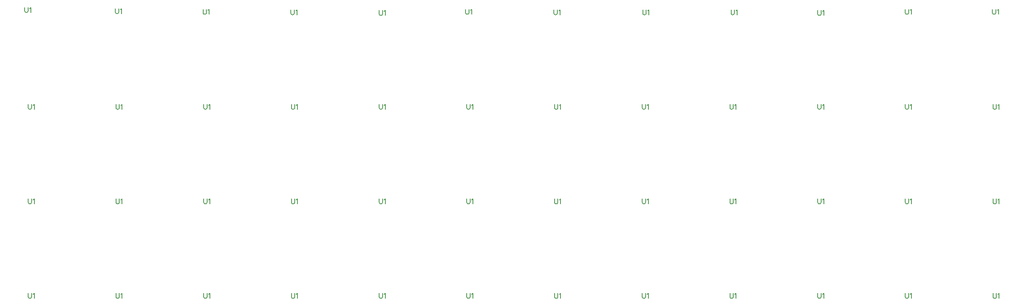
<source format=gto>
G04 Layer: TopSilkLayer*
G04 EasyEDA v6.4.25, 2021-10-13T21:01:18+02:00*
G04 d0ff4fc4c9904c088b94a7576bbea1e5,6cd4ab53e48b4e7bb7bf80376082a040,10*
G04 Gerber Generator version 0.2*
G04 Scale: 100 percent, Rotated: No, Reflected: No *
G04 Dimensions in millimeters *
G04 leading zeros omitted , absolute positions ,4 integer and 5 decimal *
%FSLAX45Y45*%
%MOMM*%

%ADD13C,0.1778*%

%LPD*%
D13*
X-75001Y887501D02*
G01*
X-75001Y809523D01*
X-69921Y793775D01*
X-59507Y783361D01*
X-43759Y778281D01*
X-33599Y778281D01*
X-17851Y783361D01*
X-7437Y793775D01*
X-2357Y809523D01*
X-2357Y887501D01*
X31932Y866673D02*
G01*
X42346Y871753D01*
X57840Y887501D01*
X57840Y778281D01*
X20899998Y-5312524D02*
G01*
X20899998Y-5390502D01*
X20905078Y-5406250D01*
X20915492Y-5416664D01*
X20931240Y-5421744D01*
X20941400Y-5421744D01*
X20957148Y-5416664D01*
X20967562Y-5406250D01*
X20972642Y-5390502D01*
X20972642Y-5312524D01*
X21006932Y-5333352D02*
G01*
X21017346Y-5328272D01*
X21032840Y-5312524D01*
X21032840Y-5421744D01*
X19000000Y-5312524D02*
G01*
X19000000Y-5390502D01*
X19005080Y-5406250D01*
X19015494Y-5416664D01*
X19031242Y-5421744D01*
X19041402Y-5421744D01*
X19057150Y-5416664D01*
X19067564Y-5406250D01*
X19072644Y-5390502D01*
X19072644Y-5312524D01*
X19106934Y-5333352D02*
G01*
X19117348Y-5328272D01*
X19132842Y-5312524D01*
X19132842Y-5421744D01*
X17099998Y-5312524D02*
G01*
X17099998Y-5390502D01*
X17105078Y-5406250D01*
X17115492Y-5416664D01*
X17131240Y-5421744D01*
X17141400Y-5421744D01*
X17157148Y-5416664D01*
X17167562Y-5406250D01*
X17172642Y-5390502D01*
X17172642Y-5312524D01*
X17206932Y-5333352D02*
G01*
X17217346Y-5328272D01*
X17232840Y-5312524D01*
X17232840Y-5421744D01*
X15200000Y-5312524D02*
G01*
X15200000Y-5390502D01*
X15205080Y-5406250D01*
X15215494Y-5416664D01*
X15231242Y-5421744D01*
X15241402Y-5421744D01*
X15257150Y-5416664D01*
X15267564Y-5406250D01*
X15272644Y-5390502D01*
X15272644Y-5312524D01*
X15306934Y-5333352D02*
G01*
X15317348Y-5328272D01*
X15332842Y-5312524D01*
X15332842Y-5421744D01*
X13299998Y-5312524D02*
G01*
X13299998Y-5390502D01*
X13305078Y-5406250D01*
X13315492Y-5416664D01*
X13331240Y-5421744D01*
X13341400Y-5421744D01*
X13357148Y-5416664D01*
X13367562Y-5406250D01*
X13372642Y-5390502D01*
X13372642Y-5312524D01*
X13406932Y-5333352D02*
G01*
X13417346Y-5328272D01*
X13432840Y-5312524D01*
X13432840Y-5421744D01*
X11400000Y-5312524D02*
G01*
X11400000Y-5390502D01*
X11405080Y-5406250D01*
X11415494Y-5416664D01*
X11431242Y-5421744D01*
X11441402Y-5421744D01*
X11457150Y-5416664D01*
X11467564Y-5406250D01*
X11472644Y-5390502D01*
X11472644Y-5312524D01*
X11506934Y-5333352D02*
G01*
X11517348Y-5328272D01*
X11532842Y-5312524D01*
X11532842Y-5421744D01*
X9499998Y-5312524D02*
G01*
X9499998Y-5390502D01*
X9505078Y-5406250D01*
X9515492Y-5416664D01*
X9531240Y-5421744D01*
X9541400Y-5421744D01*
X9557148Y-5416664D01*
X9567562Y-5406250D01*
X9572642Y-5390502D01*
X9572642Y-5312524D01*
X9606932Y-5333352D02*
G01*
X9617346Y-5328272D01*
X9632840Y-5312524D01*
X9632840Y-5421744D01*
X7600000Y-5312524D02*
G01*
X7600000Y-5390502D01*
X7605080Y-5406250D01*
X7615494Y-5416664D01*
X7631242Y-5421744D01*
X7641402Y-5421744D01*
X7657150Y-5416664D01*
X7667564Y-5406250D01*
X7672644Y-5390502D01*
X7672644Y-5312524D01*
X7706934Y-5333352D02*
G01*
X7717348Y-5328272D01*
X7732842Y-5312524D01*
X7732842Y-5421744D01*
X5699998Y-5312524D02*
G01*
X5699998Y-5390502D01*
X5705078Y-5406250D01*
X5715492Y-5416664D01*
X5731240Y-5421744D01*
X5741400Y-5421744D01*
X5757148Y-5416664D01*
X5767562Y-5406250D01*
X5772642Y-5390502D01*
X5772642Y-5312524D01*
X5806932Y-5333352D02*
G01*
X5817346Y-5328272D01*
X5832840Y-5312524D01*
X5832840Y-5421744D01*
X3800000Y-5312524D02*
G01*
X3800000Y-5390502D01*
X3805080Y-5406250D01*
X3815494Y-5416664D01*
X3831242Y-5421744D01*
X3841402Y-5421744D01*
X3857150Y-5416664D01*
X3867564Y-5406250D01*
X3872644Y-5390502D01*
X3872644Y-5312524D01*
X3906934Y-5333352D02*
G01*
X3917348Y-5328272D01*
X3932842Y-5312524D01*
X3932842Y-5421744D01*
X1899998Y-5312524D02*
G01*
X1899998Y-5390502D01*
X1905078Y-5406250D01*
X1915492Y-5416664D01*
X1931240Y-5421744D01*
X1941400Y-5421744D01*
X1957148Y-5416664D01*
X1967562Y-5406250D01*
X1972642Y-5390502D01*
X1972642Y-5312524D01*
X2006932Y-5333352D02*
G01*
X2017346Y-5328272D01*
X2032840Y-5312524D01*
X2032840Y-5421744D01*
X0Y-5312524D02*
G01*
X0Y-5390502D01*
X5079Y-5406250D01*
X15494Y-5416664D01*
X31242Y-5421744D01*
X41402Y-5421744D01*
X57150Y-5416664D01*
X67563Y-5406250D01*
X72644Y-5390502D01*
X72644Y-5312524D01*
X106934Y-5333352D02*
G01*
X117347Y-5328272D01*
X132842Y-5312524D01*
X132842Y-5421744D01*
X20899998Y-3262523D02*
G01*
X20899998Y-3340501D01*
X20905078Y-3356249D01*
X20915492Y-3366663D01*
X20931240Y-3371743D01*
X20941400Y-3371743D01*
X20957148Y-3366663D01*
X20967562Y-3356249D01*
X20972642Y-3340501D01*
X20972642Y-3262523D01*
X21006932Y-3283351D02*
G01*
X21017346Y-3278271D01*
X21032840Y-3262523D01*
X21032840Y-3371743D01*
X19000000Y-3262523D02*
G01*
X19000000Y-3340501D01*
X19005080Y-3356249D01*
X19015494Y-3366663D01*
X19031242Y-3371743D01*
X19041402Y-3371743D01*
X19057150Y-3366663D01*
X19067564Y-3356249D01*
X19072644Y-3340501D01*
X19072644Y-3262523D01*
X19106934Y-3283351D02*
G01*
X19117348Y-3278271D01*
X19132842Y-3262523D01*
X19132842Y-3371743D01*
X17099998Y-3262523D02*
G01*
X17099998Y-3340501D01*
X17105078Y-3356249D01*
X17115492Y-3366663D01*
X17131240Y-3371743D01*
X17141400Y-3371743D01*
X17157148Y-3366663D01*
X17167562Y-3356249D01*
X17172642Y-3340501D01*
X17172642Y-3262523D01*
X17206932Y-3283351D02*
G01*
X17217346Y-3278271D01*
X17232840Y-3262523D01*
X17232840Y-3371743D01*
X15200000Y-3262523D02*
G01*
X15200000Y-3340501D01*
X15205080Y-3356249D01*
X15215494Y-3366663D01*
X15231242Y-3371743D01*
X15241402Y-3371743D01*
X15257150Y-3366663D01*
X15267564Y-3356249D01*
X15272644Y-3340501D01*
X15272644Y-3262523D01*
X15306934Y-3283351D02*
G01*
X15317348Y-3278271D01*
X15332842Y-3262523D01*
X15332842Y-3371743D01*
X13299998Y-3262523D02*
G01*
X13299998Y-3340501D01*
X13305078Y-3356249D01*
X13315492Y-3366663D01*
X13331240Y-3371743D01*
X13341400Y-3371743D01*
X13357148Y-3366663D01*
X13367562Y-3356249D01*
X13372642Y-3340501D01*
X13372642Y-3262523D01*
X13406932Y-3283351D02*
G01*
X13417346Y-3278271D01*
X13432840Y-3262523D01*
X13432840Y-3371743D01*
X11400000Y-3262523D02*
G01*
X11400000Y-3340501D01*
X11405080Y-3356249D01*
X11415494Y-3366663D01*
X11431242Y-3371743D01*
X11441402Y-3371743D01*
X11457150Y-3366663D01*
X11467564Y-3356249D01*
X11472644Y-3340501D01*
X11472644Y-3262523D01*
X11506934Y-3283351D02*
G01*
X11517348Y-3278271D01*
X11532842Y-3262523D01*
X11532842Y-3371743D01*
X9499998Y-3262523D02*
G01*
X9499998Y-3340501D01*
X9505078Y-3356249D01*
X9515492Y-3366663D01*
X9531240Y-3371743D01*
X9541400Y-3371743D01*
X9557148Y-3366663D01*
X9567562Y-3356249D01*
X9572642Y-3340501D01*
X9572642Y-3262523D01*
X9606932Y-3283351D02*
G01*
X9617346Y-3278271D01*
X9632840Y-3262523D01*
X9632840Y-3371743D01*
X7600000Y-3262523D02*
G01*
X7600000Y-3340501D01*
X7605080Y-3356249D01*
X7615494Y-3366663D01*
X7631242Y-3371743D01*
X7641402Y-3371743D01*
X7657150Y-3366663D01*
X7667564Y-3356249D01*
X7672644Y-3340501D01*
X7672644Y-3262523D01*
X7706934Y-3283351D02*
G01*
X7717348Y-3278271D01*
X7732842Y-3262523D01*
X7732842Y-3371743D01*
X5699998Y-3262523D02*
G01*
X5699998Y-3340501D01*
X5705078Y-3356249D01*
X5715492Y-3366663D01*
X5731240Y-3371743D01*
X5741400Y-3371743D01*
X5757148Y-3366663D01*
X5767562Y-3356249D01*
X5772642Y-3340501D01*
X5772642Y-3262523D01*
X5806932Y-3283351D02*
G01*
X5817346Y-3278271D01*
X5832840Y-3262523D01*
X5832840Y-3371743D01*
X3800000Y-3262523D02*
G01*
X3800000Y-3340501D01*
X3805080Y-3356249D01*
X3815494Y-3366663D01*
X3831242Y-3371743D01*
X3841402Y-3371743D01*
X3857150Y-3366663D01*
X3867564Y-3356249D01*
X3872644Y-3340501D01*
X3872644Y-3262523D01*
X3906934Y-3283351D02*
G01*
X3917348Y-3278271D01*
X3932842Y-3262523D01*
X3932842Y-3371743D01*
X1899998Y-3262523D02*
G01*
X1899998Y-3340501D01*
X1905078Y-3356249D01*
X1915492Y-3366663D01*
X1931240Y-3371743D01*
X1941400Y-3371743D01*
X1957148Y-3366663D01*
X1967562Y-3356249D01*
X1972642Y-3340501D01*
X1972642Y-3262523D01*
X2006932Y-3283351D02*
G01*
X2017346Y-3278271D01*
X2032840Y-3262523D01*
X2032840Y-3371743D01*
X0Y-3262523D02*
G01*
X0Y-3340501D01*
X5079Y-3356249D01*
X15494Y-3366663D01*
X31242Y-3371743D01*
X41402Y-3371743D01*
X57150Y-3366663D01*
X67563Y-3356249D01*
X72644Y-3340501D01*
X72644Y-3262523D01*
X106934Y-3283351D02*
G01*
X117347Y-3278271D01*
X132842Y-3262523D01*
X132842Y-3371743D01*
X20899998Y-1212524D02*
G01*
X20899998Y-1290502D01*
X20905078Y-1306250D01*
X20915492Y-1316664D01*
X20931240Y-1321744D01*
X20941400Y-1321744D01*
X20957148Y-1316664D01*
X20967562Y-1306250D01*
X20972642Y-1290502D01*
X20972642Y-1212524D01*
X21006932Y-1233352D02*
G01*
X21017346Y-1228272D01*
X21032840Y-1212524D01*
X21032840Y-1321744D01*
X19000000Y-1212524D02*
G01*
X19000000Y-1290502D01*
X19005080Y-1306250D01*
X19015494Y-1316664D01*
X19031242Y-1321744D01*
X19041402Y-1321744D01*
X19057150Y-1316664D01*
X19067564Y-1306250D01*
X19072644Y-1290502D01*
X19072644Y-1212524D01*
X19106934Y-1233352D02*
G01*
X19117348Y-1228272D01*
X19132842Y-1212524D01*
X19132842Y-1321744D01*
X17099998Y-1212524D02*
G01*
X17099998Y-1290502D01*
X17105078Y-1306250D01*
X17115492Y-1316664D01*
X17131240Y-1321744D01*
X17141400Y-1321744D01*
X17157148Y-1316664D01*
X17167562Y-1306250D01*
X17172642Y-1290502D01*
X17172642Y-1212524D01*
X17206932Y-1233352D02*
G01*
X17217346Y-1228272D01*
X17232840Y-1212524D01*
X17232840Y-1321744D01*
X15200000Y-1212524D02*
G01*
X15200000Y-1290502D01*
X15205080Y-1306250D01*
X15215494Y-1316664D01*
X15231242Y-1321744D01*
X15241402Y-1321744D01*
X15257150Y-1316664D01*
X15267564Y-1306250D01*
X15272644Y-1290502D01*
X15272644Y-1212524D01*
X15306934Y-1233352D02*
G01*
X15317348Y-1228272D01*
X15332842Y-1212524D01*
X15332842Y-1321744D01*
X13299998Y-1212524D02*
G01*
X13299998Y-1290502D01*
X13305078Y-1306250D01*
X13315492Y-1316664D01*
X13331240Y-1321744D01*
X13341400Y-1321744D01*
X13357148Y-1316664D01*
X13367562Y-1306250D01*
X13372642Y-1290502D01*
X13372642Y-1212524D01*
X13406932Y-1233352D02*
G01*
X13417346Y-1228272D01*
X13432840Y-1212524D01*
X13432840Y-1321744D01*
X11400000Y-1212524D02*
G01*
X11400000Y-1290502D01*
X11405080Y-1306250D01*
X11415494Y-1316664D01*
X11431242Y-1321744D01*
X11441402Y-1321744D01*
X11457150Y-1316664D01*
X11467564Y-1306250D01*
X11472644Y-1290502D01*
X11472644Y-1212524D01*
X11506934Y-1233352D02*
G01*
X11517348Y-1228272D01*
X11532842Y-1212524D01*
X11532842Y-1321744D01*
X9499998Y-1212524D02*
G01*
X9499998Y-1290502D01*
X9505078Y-1306250D01*
X9515492Y-1316664D01*
X9531240Y-1321744D01*
X9541400Y-1321744D01*
X9557148Y-1316664D01*
X9567562Y-1306250D01*
X9572642Y-1290502D01*
X9572642Y-1212524D01*
X9606932Y-1233352D02*
G01*
X9617346Y-1228272D01*
X9632840Y-1212524D01*
X9632840Y-1321744D01*
X7600000Y-1212524D02*
G01*
X7600000Y-1290502D01*
X7605080Y-1306250D01*
X7615494Y-1316664D01*
X7631242Y-1321744D01*
X7641402Y-1321744D01*
X7657150Y-1316664D01*
X7667564Y-1306250D01*
X7672644Y-1290502D01*
X7672644Y-1212524D01*
X7706934Y-1233352D02*
G01*
X7717348Y-1228272D01*
X7732842Y-1212524D01*
X7732842Y-1321744D01*
X5699998Y-1212524D02*
G01*
X5699998Y-1290502D01*
X5705078Y-1306250D01*
X5715492Y-1316664D01*
X5731240Y-1321744D01*
X5741400Y-1321744D01*
X5757148Y-1316664D01*
X5767562Y-1306250D01*
X5772642Y-1290502D01*
X5772642Y-1212524D01*
X5806932Y-1233352D02*
G01*
X5817346Y-1228272D01*
X5832840Y-1212524D01*
X5832840Y-1321744D01*
X3800000Y-1212524D02*
G01*
X3800000Y-1290502D01*
X3805080Y-1306250D01*
X3815494Y-1316664D01*
X3831242Y-1321744D01*
X3841402Y-1321744D01*
X3857150Y-1316664D01*
X3867564Y-1306250D01*
X3872644Y-1290502D01*
X3872644Y-1212524D01*
X3906934Y-1233352D02*
G01*
X3917348Y-1228272D01*
X3932842Y-1212524D01*
X3932842Y-1321744D01*
X1899998Y-1212524D02*
G01*
X1899998Y-1290502D01*
X1905078Y-1306250D01*
X1915492Y-1316664D01*
X1931240Y-1321744D01*
X1941400Y-1321744D01*
X1957148Y-1316664D01*
X1967562Y-1306250D01*
X1972642Y-1290502D01*
X1972642Y-1212524D01*
X2006932Y-1233352D02*
G01*
X2017346Y-1228272D01*
X2032840Y-1212524D01*
X2032840Y-1321744D01*
X0Y-1212524D02*
G01*
X0Y-1290502D01*
X5079Y-1306250D01*
X15494Y-1316664D01*
X31242Y-1321744D01*
X41402Y-1321744D01*
X57150Y-1316664D01*
X67563Y-1306250D01*
X72644Y-1290502D01*
X72644Y-1212524D01*
X106934Y-1233352D02*
G01*
X117347Y-1228272D01*
X132842Y-1212524D01*
X132842Y-1321744D01*
X20887453Y850000D02*
G01*
X20887453Y772022D01*
X20892533Y756274D01*
X20902947Y745860D01*
X20918695Y740780D01*
X20928855Y740780D01*
X20944603Y745860D01*
X20955017Y756274D01*
X20960097Y772022D01*
X20960097Y850000D01*
X20994387Y829172D02*
G01*
X21004801Y834252D01*
X21020295Y850000D01*
X21020295Y740780D01*
X18999959Y850000D02*
G01*
X18999959Y772022D01*
X19005039Y756274D01*
X19015453Y745860D01*
X19031201Y740780D01*
X19041361Y740780D01*
X19057109Y745860D01*
X19067523Y756274D01*
X19072603Y772022D01*
X19072603Y850000D01*
X19106893Y829172D02*
G01*
X19117307Y834252D01*
X19132801Y850000D01*
X19132801Y740780D01*
X17099930Y824999D02*
G01*
X17099930Y747021D01*
X17105010Y731273D01*
X17115424Y720859D01*
X17131172Y715779D01*
X17141332Y715779D01*
X17157080Y720859D01*
X17167494Y731273D01*
X17172574Y747021D01*
X17172574Y824999D01*
X17206864Y804171D02*
G01*
X17217278Y809251D01*
X17232772Y824999D01*
X17232772Y715779D01*
X15224970Y837501D02*
G01*
X15224970Y759523D01*
X15230050Y743775D01*
X15240464Y733361D01*
X15256212Y728281D01*
X15266372Y728281D01*
X15282120Y733361D01*
X15292534Y743775D01*
X15297614Y759523D01*
X15297614Y837501D01*
X15331904Y816673D02*
G01*
X15342318Y821753D01*
X15357812Y837501D01*
X15357812Y728281D01*
X13312475Y837501D02*
G01*
X13312475Y759523D01*
X13317555Y743775D01*
X13327969Y733361D01*
X13343717Y728281D01*
X13353877Y728281D01*
X13369625Y733361D01*
X13380039Y743775D01*
X13385119Y759523D01*
X13385119Y837501D01*
X13419409Y816673D02*
G01*
X13429823Y821753D01*
X13445317Y837501D01*
X13445317Y728281D01*
X11387482Y837501D02*
G01*
X11387482Y759523D01*
X11392562Y743775D01*
X11402976Y733361D01*
X11418724Y728281D01*
X11428884Y728281D01*
X11444632Y733361D01*
X11455046Y743775D01*
X11460126Y759523D01*
X11460126Y837501D01*
X11494416Y816673D02*
G01*
X11504830Y821753D01*
X11520324Y837501D01*
X11520324Y728281D01*
X9474987Y850000D02*
G01*
X9474987Y772022D01*
X9480067Y756274D01*
X9490481Y745860D01*
X9506229Y740780D01*
X9516389Y740780D01*
X9532137Y745860D01*
X9542551Y756274D01*
X9547631Y772022D01*
X9547631Y850000D01*
X9581921Y829172D02*
G01*
X9592335Y834252D01*
X9607829Y850000D01*
X9607829Y740780D01*
X7599979Y824999D02*
G01*
X7599979Y747021D01*
X7605059Y731273D01*
X7615473Y720859D01*
X7631221Y715779D01*
X7641381Y715779D01*
X7657129Y720859D01*
X7667543Y731273D01*
X7672623Y747021D01*
X7672623Y824999D01*
X7706913Y804171D02*
G01*
X7717327Y809251D01*
X7732821Y824999D01*
X7732821Y715779D01*
X5687486Y837501D02*
G01*
X5687486Y759523D01*
X5692566Y743775D01*
X5702980Y733361D01*
X5718728Y728281D01*
X5728888Y728281D01*
X5744636Y733361D01*
X5755050Y743775D01*
X5760130Y759523D01*
X5760130Y837501D01*
X5794420Y816673D02*
G01*
X5804834Y821753D01*
X5820328Y837501D01*
X5820328Y728281D01*
X3787493Y850000D02*
G01*
X3787493Y772022D01*
X3792573Y756274D01*
X3802987Y745860D01*
X3818735Y740780D01*
X3828895Y740780D01*
X3844643Y745860D01*
X3855057Y756274D01*
X3860137Y772022D01*
X3860137Y850000D01*
X3894427Y829172D02*
G01*
X3904841Y834252D01*
X3920335Y850000D01*
X3920335Y740780D01*
X1887496Y862500D02*
G01*
X1887496Y784522D01*
X1892576Y768774D01*
X1902990Y758360D01*
X1918738Y753280D01*
X1928898Y753280D01*
X1944646Y758360D01*
X1955060Y768774D01*
X1960140Y784522D01*
X1960140Y862500D01*
X1994430Y841672D02*
G01*
X2004844Y846752D01*
X2020338Y862500D01*
X2020338Y753280D01*
M02*

</source>
